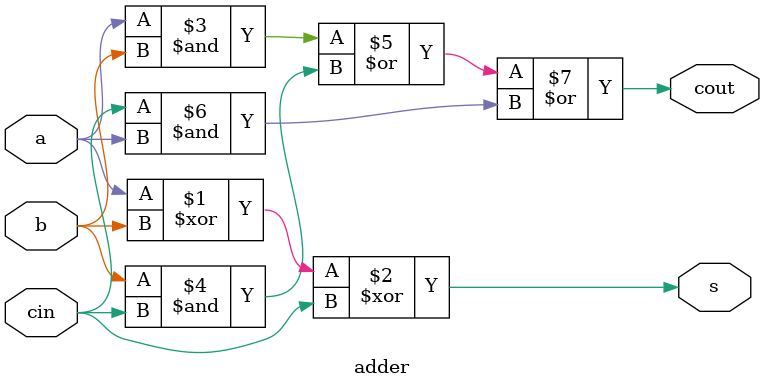
<source format=v>
module adder(s,cout,a,b,cin); 
input a,b,cin;
output s,cout;

assign s= a ^ b ^cin;
assign cout = (a&b)|(b&cin)|(cin&a);

endmodule 

</source>
